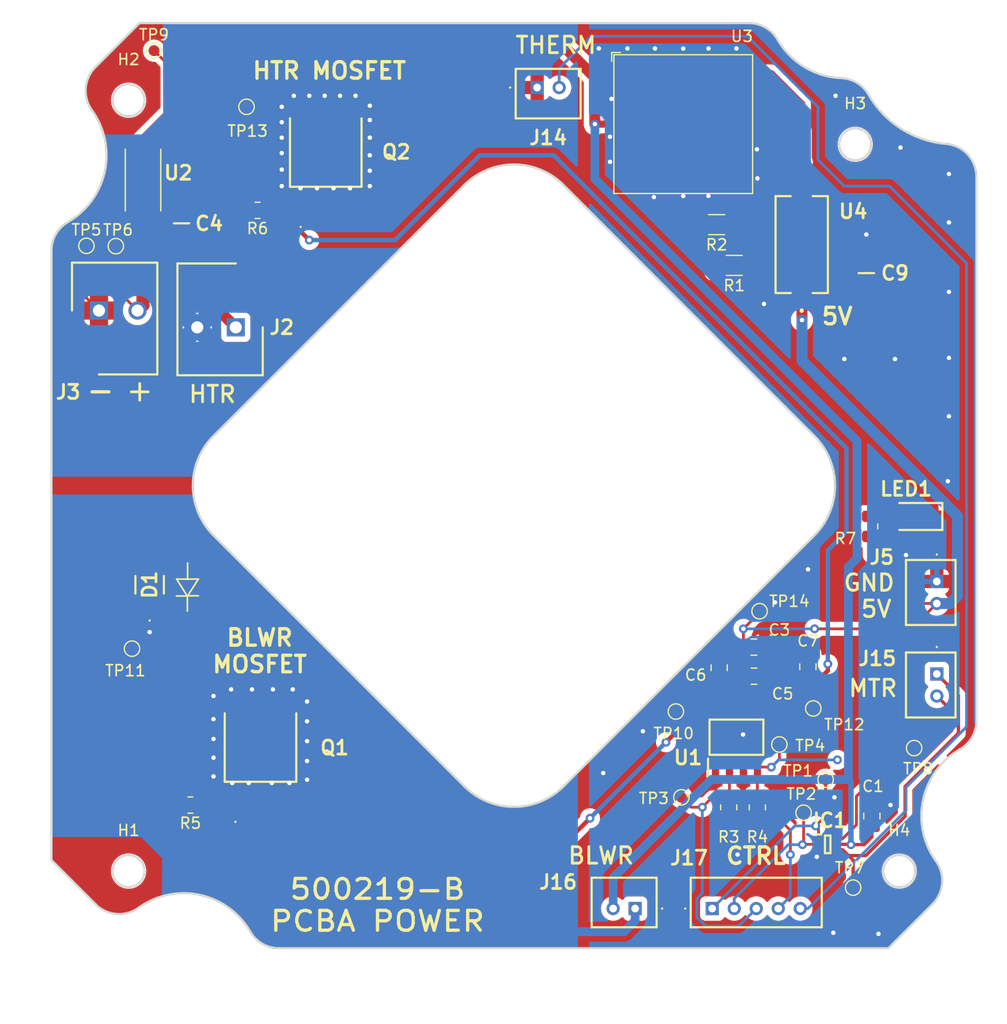
<source format=kicad_pcb>
(kicad_pcb (version 20241229) (generator "pcbnew") (generator_version "9.0")
  (layers (0 "F.Cu" signal) (2 "B.Cu" signal) (13 "F.Paste" user) (15 "B.Paste" user) (5 "F.SilkS" user "F.Silkscreen") (7 "B.SilkS" user "B.Silkscreen") (1 "F.Mask" user) (3 "B.Mask" user) (25 "Edge.Cuts" user))
  (net 0 "")
  (net 1 "Net-(D1-Pad1)")
  (net 2 "GND")
  (net 3 "MTR_PID1")
  (net 4 "Net-(IC1-VM)")
  (net 5 "Net-(U1-VS)")
  (net 6 "Net-(C4-Pad2)")
  (net 7 "MTR_PID2")
  (net 8 "MTR_2")
  (net 9 "MTR_1")
  (net 10 "Net-(U1-OUTA)")
  (net 11 "Net-(U1-OUTB)")
  (net 12 "Net-(U3-Sense)")
  (net 13 "Net-(U3-Trim)")
  (net 16 "THERM")
  (net 17 "BLWR_PID")
  (net 18 "HTR_PID")
  (net 22 "Net-(LED1-A)")
  (net 23 "Net-(J2-Pad2)")
  (footprint "TestPoint:TestPoint_Pad_D1.0mm" (layer "F.Cu") (at 63.83 78.25)
    (property "Reference" "TP6")
    (property "Value" "TestPoint")
  )
  (footprint "B5B-PH-K-S:B5BPHKS" (layer "F.Cu") (at 118 138.4 180)
    (property "Reference" "J17")
    (property "Value" "B5B-PH-K-S" (hide yes))
  )
  (footprint "Resistor_SMD:R_1206_3216Metric_Pad1.30x1.75mm_HandSolder" (layer "F.Cu") (at 120 80 180)
    (property "Reference" "R1")
    (property "Value" "0")
  )
  (footprint "TestPoint:TestPoint_Pad_D1.0mm" (layer "F.Cu") (at 115.2 128.3)
    (property "Reference" "TP3")
    (property "Value" "TestPoint")
  )
  (footprint "Capacitor_SMD:C_0805_2012Metric" (layer "F.Cu") (at 121.8 117.3)
    (property "Reference" "C5")
    (property "Value" "4.7 uF")
  )
  (footprint "TestPoint:TestPoint_Pad_D1.0mm" (layer "F.Cu") (at 130.8 136.5)
    (property "Reference" "TP7")
    (property "Value" "TestPoint")
  )
  (footprint "DaisyBio_Mira:SOTFL50P160X60-6N" (layer "F.Cu") (at 128.49 132.57)
    (property "Reference" "IC1")
    (property "Value" "DRV8220DRLR" (hide yes))
  )
  (footprint "MountingHole:MountingHole_2.7mm" (layer "F.Cu") (at 130.99 69)
    (property "Reference" "H3")
    (property "Value" "MountingHole")
  )
  (footprint "DaisyBio_Mira:SOIC127P599X173-8N" (layer "F.Cu") (at 120.2 122.84 90)
    (property "Reference" "U1")
    (property "Value" "MIC4427YM-TR" (hide yes))
  )
  (footprint "TestPoint:TestPoint_Pad_D1.0mm" (layer "F.Cu") (at 122.3 111.4)
    (property "Reference" "TP14")
    (property "Value" "TestPoint")
  )
  (footprint "DaisyBio_Mira:CAPC3216X180N" (layer "F.Cu") (at 69.8 76.18 90)
    (property "Reference" "C4")
    (property "Value" "CL31B106KAHNNNE" (hide yes))
  )
  (footprint "B2B-PH-K-S:B2BPHKS" (layer "F.Cu") (at 111 138.4)
    (property "Reference" "J16")
    (property "Value" "B2B-PH-K-S" (hide yes))
  )
  (footprint "Resistor_SMD:R_0805_2012Metric" (layer "F.Cu") (at 76.7 75 180)
    (property "Reference" "R6")
    (property "Value" "10K")
  )
  (footprint "DaisyBio_Mira:IPD30N08S2L21ATMA1" (layer "F.Cu") (at 82.9 69.75)
    (property "Reference" "Q2")
    (property "Value" "IPD30N08S2L21ATMA1" (hide yes))
  )
  (footprint "TestPoint:TestPoint_Pad_D1.0mm" (layer "F.Cu") (at 61.16 78.22)
    (property "Reference" "TP5")
    (property "Value" "TestPoint")
  )
  (footprint "DaisyBio_Mira:IPD30N08S2L21ATMA1" (layer "F.Cu") (at 76.97 123.78)
    (property "Reference" "Q1")
    (property "Value" "IPD30N08S2L21ATMA1" (hide yes))
  )
  (footprint "DaisyBio_Mira:7427932" (layer "F.Cu") (at 126.13 78.11 90)
    (property "Reference" "U4")
    (property "Value" "7427932" (hide yes))
  )
  (footprint "TestPoint:TestPoint_Pad_D1.0mm" (layer "F.Cu") (at 65.3 114.8 90)
    (property "Reference" "TP11")
    (property "Value" "TestPoint")
  )
  (footprint "MountingHole:MountingHole_2.7mm" (layer "F.Cu") (at 64.99 135)
    (property "Reference" "H1")
    (property "Value" "MountingHole")
  )
  (footprint "Capacitor_SMD:C_0805_2012Metric" (layer "F.Cu") (at 126.69 116.45 90)
    (property "Reference" "C7")
    (property "Value" "1000 pF")
  )
  (footprint "Resistor_SMD:R_0805_2012Metric" (layer "F.Cu") (at 132.3 103.7 90)
    (property "Reference" "R7")
    (property "Value" "280")
  )
  (footprint "B2B-PH-K-S:B2BPHKS" (layer "F.Cu") (at 102.1 63.85 180)
    (property "Reference" "J14")
    (property "Value" "B2B-PH-K-S" (hide yes))
  )
  (footprint "B2B-PH-K-S:B2BPHKS" (layer "F.Cu") (at 138.4 108.7 90)
    (property "Reference" "J5")
    (property "Value" "B2B-PH-K-S" (hide yes))
  )
  (footprint "TestPoint:TestPoint_Pad_D1.0mm" (layer "F.Cu") (at 124.1 123.5)
    (property "Reference" "TP4")
    (property "Value" "TestPoint")
  )
  (footprint "150120VS75000:LEDC3216X78N" (layer "F.Cu") (at 136.5 102.8 180)
    (property "Reference" "LED1")
    (property "Value" "150120VS75000" (hide yes))
  )
  (footprint "MountingHole:MountingHole_2.7mm" (layer "F.Cu") (at 64.99 65)
    (property "Reference" "H2")
    (property "Value" "MountingHole")
  )
  (footprint "TestPoint:TestPoint_Pad_D1.0mm" (layer "F.Cu") (at 126.3 129.7)
    (property "Reference" "TP2")
    (property "Value" "TestPoint")
  )
  (footprint "Converter_DCDC:Converter_DCDC_RECOM_RPMx.x-x.0" (layer "F.Cu") (at 115.37 67.17)
    (property "Reference" "U3")
    (property "Value" "RPM5.0-6.0")
  )
  (footprint "TestPoint:TestPoint_Pad_D1.0mm" (layer "F.Cu") (at 75.7 65.6 180)
    (property "Reference" "TP13")
    (property "Value" "TestPoint")
  )
  (footprint "Capacitor_SMD:C_0805_2012Metric" (layer "F.Cu") (at 118.63 116.54 90)
    (property "Reference" "C6")
    (property "Value" "1000 pF")
  )
  (footprint "TestPoint:TestPoint_Pad_D1.0mm" (layer "F.Cu") (at 136.34 123.83)
    (property "Reference" "TP8")
    (property "Value" "TestPoint")
  )
  (footprint "DaisyBio_Mira:SK34ALTP" (layer "F.Cu") (at 66.9 109 -90)
    (property "Reference" "D1")
    (property "Value" "SK34A-LTP" (hide yes))
  )
  (footprint "Resistor_SMD:R_0805_2012Metric" (layer "F.Cu") (at 119.5 129.2125 -90)
    (property "Reference" "R3")
    (property "Value" "10K")
  )
  (footprint "DaisyBio_Mira:18122" (layer "F.Cu") (at 66.3 72.25 90)
    (property "Reference" "U2")
    (property "Value" "742792510" (hide yes))
  )
  (footprint "Capacitor_SMD:C_0805_2012Metric" (layer "F.Cu") (at 132.5 130 -90)
    (property "Reference" "C1")
    (property "Value" "0.1 uF")
  )
  (footprint "TestPoint:TestPoint_Pad_D1.0mm" (layer "F.Cu") (at 114.7 120.51)
    (property "Reference" "TP10")
    (property "Value" "TestPoint")
  )
  (footprint "MountingHole:MountingHole_2.7mm" (layer "F.Cu") (at 134.99 135)
    (property "Reference" "H4")
    (property "Value" "MountingHole")
  )
  (footprint "TestPoint:TestPoint_Pad_D1.0mm" (layer "F.Cu") (at 67.3 60.5)
    (property "Reference" "TP9")
    (property "Value" "TestPoint")
  )
  (footprint "TestPoint:TestPoint_Pad_D1.0mm" (layer "F.Cu") (at 128.3 126.7)
    (property "Reference" "TP1")
    (property "Value" "TestPoint")
  )
  (footprint "Capacitor_SMD:C_0805_2012Metric" (layer "F.Cu") (at 121.78 114.66)
    (property "Reference" "C3")
    (property "Value" "0.1 uF")
  )
  (footprint "DaisyBio_Mira:CAPC3216X180N" (layer "F.Cu") (at 132 80.7 -90)
    (property "Reference" "C9")
    (property "Value" "CL31B226KPHNNNE" (hide yes))
  )
  (footprint "B2B-PH-K-S:B2BPHKS" (layer "F.Cu") (at 138.4 117.1 90)
    (property "Reference" "J15")
    (property "Value" "B2B-PH-K-S" (hide yes))
  )
  (footprint "TestPoint:TestPoint_Pad_D1.0mm" (layer "F.Cu") (at 127.18 120.23)
    (property "Reference" "TP12")
    (property "Value" "TestPoint")
  )
  (footprint "Resistor_SMD:R_1206_3216Metric_Pad1.30x1.75mm_HandSolder" (layer "F.Cu") (at 118.4 76.3 180)
    (property "Reference" "R2")
    (property "Value" "0")
  )
  (footprint "Resistor_SMD:R_0805_2012Metric" (layer "F.Cu") (at 70.6 129 180)
    (property "Reference" "R5")
    (property "Value" "10K")
  )
  (footprint "1752104:SHDR2W90P0X350_1X2_760X1000X1255P" (layer "F.Cu") (at 74.725 85.625 180)
    (property "Reference" "J2")
    (property "Value" "1752104" (hide yes))
  )
  (footprint "1752104:SHDR2W90P0X350_1X2_760X1000X1255P" (layer "F.Cu") (at 62.3 84.1)
    (property "Reference" "J3")
    (property "Value" "1752104" (hide yes))
  )
  (footprint "Resistor_SMD:R_0805_2012Metric" (layer "F.Cu") (at 122.1 129.2125 -90)
    (property "Reference" "R4")
    (property "Value" "10K")
  )
  (gr_line (start 70.33 108.49) (end 71.33 108.48) (stroke (width 0.15)) (layer "F.SilkS"))
  (gr_line (start 70.33 110.02) (end 70.33 111.39) (stroke (width 0.15)) (layer "F.SilkS"))
  (gr_line (start 69.35 108.48) (end 70.33 110.04) (stroke (width 0.15)) (layer "F.SilkS"))
  (gr_line (start 71.33 108.48) (end 70.33 110.04) (stroke (width 0.15)) (layer "F.SilkS"))
  (gr_line (start 70.35 108.49) (end 69.35 108.48) (stroke (width 0.15)) (layer "F.SilkS"))
  (gr_line (start 70.35 107.03) (end 70.35 108.49) (stroke (width 0.15)) (layer "F.SilkS"))
  (gr_line (start 70.33 110.02) (end 69.33 110.02) (stroke (width 0.15)) (layer "F.SilkS"))
  (gr_line (start 70.33 110) (end 71.33 110) (stroke (width 0.15)) (layer "F.SilkS"))
  (gr_arc (start 138.317961 134.102191) (mid 138.877581 136.098897) (end 138.008407 137.981593) (stroke (width 0.2)) (layer "Edge.Cuts"))
  (gr_line (start 104.515483 127.294322) (end 127.284322 104.525484) (stroke (width 0.2)) (layer "Edge.Cuts"))
  (gr_line (start 133.99 142) (end 78.650254 142) (stroke (width 0.2)) (layer "Edge.Cuts"))
  (gr_arc (start 57.99 78.660254) (mid 58.391924 77.160254) (end 59.49 76.062178) (stroke (width 0.2)) (layer "Edge.Cuts"))
  (gr_line (start 133.99 142) (end 138.008407 137.981593) (stroke (width 0.2)) (layer "Edge.Cuts"))
  (gr_arc (start 65.887809 138.327961) (mid 63.891103 138.887582) (end 62.008407 138.018407) (stroke (width 0.2)) (layer "Edge.Cuts"))
  (gr_circle (center 134.99 135) (end 136.44 135) (stroke (width 0.2)) (fill no) (layer "Edge.Cuts"))
  (gr_line (start 57.99 78.660254) (end 57.99 134) (stroke (width 0.2)) (layer "Edge.Cuts"))
  (gr_line (start 141.99 71.958261) (end 141.99 121.339746) (stroke (width 0.2)) (layer "Edge.Cuts"))
  (gr_arc (start 61.662039 65.897809) (mid 62.835449 71.462814) (end 59.49 76.062178) (stroke (width 0.2)) (layer "Edge.Cuts"))
  (gr_arc (start 138.317961 134.102191) (mid 137.144551 128.537186) (end 140.49 123.937822) (stroke (width 0.2)) (layer "Edge.Cuts"))
  (gr_circle (center 130.99 69) (end 132.44 69) (stroke (width 0.2)) (fill no) (layer "Edge.Cuts"))
  (gr_circle (center 64.99 65) (end 66.44 65) (stroke (width 0.2)) (fill no) (layer "Edge.Cuts"))
  (gr_arc (start 95.464517 72.705678) (mid 99.99 70.831162) (end 104.515483 72.705678) (stroke (width 0.2)) (layer "Edge.Cuts"))
  (gr_arc (start 139.24 68.968696) (mid 141.197941 69.927251) (end 141.99 71.958261) (stroke (width 0.2)) (layer "Edge.Cuts"))
  (gr_circle (center 64.99 135) (end 66.44 135) (stroke (width 0.2)) (fill no) (layer "Edge.Cuts"))
  (gr_arc (start 61.662039 65.897809) (mid 61.102419 63.901103) (end 61.971593 62.018407) (stroke (width 0.2)) (layer "Edge.Cuts"))
  (gr_arc (start 129.712206 62.994486) (mid 131.145391 63.424916) (end 132.192363 64.494092) (stroke (width 0.2)) (layer "Edge.Cuts"))
  (gr_arc (start 104.515483 127.294322) (mid 99.99 129.168839) (end 95.464517 127.294322) (stroke (width 0.2)) (layer "Edge.Cuts"))
  (gr_arc (start 121.329746 58) (mid 122.829746 58.401924) (end 123.927822 59.5) (stroke (width 0.2)) (layer "Edge.Cuts"))
  (gr_line (start 72.695678 95.474517) (end 95.464517 72.705678) (stroke (width 0.2)) (layer "Edge.Cuts"))
  (gr_arc (start 65.887809 138.327961) (mid 71.452814 137.154551) (end 76.052178 140.5) (stroke (width 0.2)) (layer "Edge.Cuts"))
  (gr_line (start 65.99 58) (end 61.971593 62.018407) (stroke (width 0.2)) (layer "Edge.Cuts"))
  (gr_arc (start 129.712206 62.994486) (mid 126.370377 61.991522) (end 123.927822 59.5) (stroke (width 0.2)) (layer "Edge.Cuts"))
  (gr_arc (start 139.24 68.968696) (mid 135.165993 67.597958) (end 132.192363 64.494092) (stroke (width 0.2)) (layer "Edge.Cuts"))
  (gr_line (start 72.695678 104.525484) (end 95.464517 127.294322) (stroke (width 0.2)) (layer "Edge.Cuts"))
  (gr_arc (start 127.284322 95.474517) (mid 129.158838 100.000001) (end 127.284322 104.525484) (stroke (width 0.2)) (layer "Edge.Cuts"))
  (gr_arc (start 78.650254 142) (mid 77.150254 141.598076) (end 76.052178 140.5) (stroke (width 0.2)) (layer "Edge.Cuts"))
  (gr_line (start 121.329746 58) (end 65.99 58) (stroke (width 0.2)) (layer "Edge.Cuts"))
  (gr_arc (start 141.99 121.339746) (mid 141.588076 122.839746) (end 140.49 123.937822) (stroke (width 0.2)) (layer "Edge.Cuts"))
  (gr_arc (start 72.695678 104.525484) (mid 70.821162 100.000001) (end 72.695678 95.474517) (stroke (width 0.2)) (layer "Edge.Cuts"))
  (gr_line (start 57.99 134) (end 62.008407 138.018407) (stroke (width 0.2)) (layer "Edge.Cuts"))
  (gr_line (start 104.515483 72.705678) (end 127.284322 95.474517) (stroke (width 0.2)) (layer "Edge.Cuts"))
  (gr_text "5V" (at 132.9 111.2 0) (layer "F.SilkS") (effects (font (size 1.5 1.5) (thickness 0.25))))
  (gr_text "5V" (at 127.8 85.5 0) (layer "F.SilkS") (effects (font (size 1.5 1.5) (thickness 0.3) (bold yes)) (justify left bottom)))
  (gr_text "THERM" (at 103.8 60 0) (layer "F.SilkS") (effects (font (size 1.5 1.5) (thickness 0.25))))
  (gr_text "500219-B\nPCBA POWER" (at 87.6 138.1 0) (layer "F.SilkS") (effects (font (size 1.8 2) (thickness 0.3))))
  (gr_text "BLWR\nMOSFET" (at 76.9 117.1 0) (layer "F.SilkS") (effects (font (size 1.5 1.5) (thickness 0.3)) (justify bottom)))
  (gr_text "MTR" (at 132.6 118.4 0) (layer "F.SilkS") (effects (font (size 1.5 1.5) (thickness 0.25))))
  (gr_text "+" (at 64.6 92.5 0) (layer "F.SilkS") (effects (font (size 2 2) (thickness 0.25)) (justify left bottom)))
  (gr_text "GND" (at 129.8 109.7 0) (layer "F.SilkS") (effects (font (size 1.5 1.5) (thickness 0.25) (bold yes)) (justify left bottom)))
  (gr_text "CTRL" (at 119.1 134.5 0) (layer "F.SilkS") (effects (font (size 1.5 1.5) (thickness 0.3) (bold yes)) (justify left bottom)))
  (gr_text "-" (at 61 92.5 0) (layer "F.SilkS") (effects (font (size 2 2) (thickness 0.3)) (justify left bottom)))
  (gr_text "HTR MOSFET" (at 76.1 63.2 0) (layer "F.SilkS") (effects (font (size 1.5 1.5) (thickness 0.3) (bold yes)) (justify left bottom)))
  (gr_text "HTR" (at 72.6 91.7 0) (layer "F.SilkS") (effects (font (size 1.5 1.5) (thickness 0.25))))
  (gr_text "BLWR" (at 107.9 133.6 0) (layer "F.SilkS") (effects (font (size 1.5 1.5) (thickness 0.25))))
  (gr_text "" (at 99.99 147.724 0) (layer "Edge.Cuts") (effects (font (size 3.047999 2.7432) (thickness 0.380999)) (justify top)))
  (segment (start 81.2 121.4) (end 78.27 121.4) (width 0.5) (layer "F.Cu") (net 1))
  (segment (start 78.1 118.5) (end 78.1 121.57) (width 0.5) (layer "F.Cu") (net 1))
  (segment (start 74.3 118.5) (end 76.97 121.17) (width 0.5) (layer "F.Cu") (net 1))
  (segment (start 79.9 118.5) (end 76.97 121.43) (width 0.5) (layer "F.Cu") (net 1))
  (segment (start 72.7 119.1) (end 76.3 122.7) (width 0.8) (layer "F.Cu") (net 1))
  (segment (start 76.97 121.17) (end 76.97 122.7) (width 0.25) (layer "F.Cu") (net 1))
  (segment (start 75.9 127) (end 75.9 123.77) (width 0.5) (layer "F.Cu") (net 1))
  (segment (start 76.3 122.7) (end 76.97 122.7) (width 0.25) (layer "F.Cu") (net 1))
  (segment (start 74.4 127) (end 76.97 124.43) (width 0.5) (layer "F.Cu") (net 1))
  (segment (start 76.2 118.5) (end 76.2 121.93) (width 0.5) (layer "F.Cu") (net 1))
  (segment (start 72.7 126.4) (end 73.27 126.4) (width 0.5) (layer "F.Cu") (net 1))
  (segment (start 81.2 126.7) (end 80.97 126.7) (width 0.5) (layer "F.Cu") (net 1))
  (segment (start 81.2 125) (end 79.27 125) (width 0.5) (layer "F.Cu") (net 1))
  (segment (start 72.7 121.2) (end 75.47 121.2) (width 0.5) (layer "F.Cu") (net 1))
  (segment (start 78.1 122.7) (end 76.97 122.7) (width 0.25) (layer "F.Cu") (net 1))
  (segment (start 76.97 121.43) (end 76.97 122.7) (width 0.25) (layer "F.Cu") (net 1))
  (segment (start 80.97 126.7) (end 76.97 122.7) (width 0.5) (layer "F.Cu") (net 1))
  (segment (start 79.6 127) (end 76.97 124.37) (width 0.5) (layer "F.Cu") (net 1))
  (segment (start 81.2 123.2) (end 77.47 123.2) (width 0.5) (layer "F.Cu") (net 1))
  (segment (start 66.9 111.025) (end 66.9 113.3) (width 0.8) (layer "F.Cu") (net 1))
  (segment (start 74.3 120.03) (end 76.97 122.7) (width 0.25) (layer "F.Cu") (net 1))
  (segment (start 73 122.7) (end 76.97 122.7) (width 0.5) (layer "F.Cu") (net 1))
  (segment (start 78 127) (end 78 123.73) (width 0.5) (layer "F.Cu") (net 1))
  (segment (start 77.47 123.2) (end 76.97 122.7) (width 0.25) (layer "F.Cu") (net 1))
  (segment (start 75.9 123.77) (end 76.97 122.7) (width 0.5) (layer "F.Cu") (net 1))
  (segment (start 78 123.73) (end 76.97 122.7) (width 0.5) (layer "F.Cu") (net 1))
  (segment (start 76.97 124.43) (end 76.97 122.7) (width 0.5) (layer "F.Cu") (net 1))
  (segment (start 72.7 123) (end 73 122.7) (width 0.5) (layer "F.Cu") (net 1))
  (segment (start 78.27 121.4) (end 76.97 122.7) (width 0.25) (layer "F.Cu") (net 1))
  (segment (start 65.4 114.8) (end 66.9 113.3) (width 0.25) (layer "F.Cu") (net 1))
  (segment (start 74.97 124.7) (end 76.97 122.7) (width 0.25) (layer "F.Cu") (net 1))
  (segment (start 79.27 125) (end 76.97 122.7) (width 0.25) (layer "F.Cu") (net 1))
  (segment (start 75.47 121.2) (end 76.97 122.7) (width 0.25) (layer "F.Cu") (net 1))
  (segment (start 65.3 114.8) (end 65.4 114.8) (width 0.25) (layer "F.Cu") (net 1))
  (segment (start 78.1 121.57) (end 76.97 122.7) (width 0.25) (layer "F.Cu") (net 1))
  (segment (start 76.2 121.93) (end 76.97 122.7) (width 0.25) (layer "F.Cu") (net 1))
  (segment (start 81.2 119.6) (end 78.1 122.7) (width 0.5) (layer "F.Cu") (net 1))
  (segment (start 72.7 124.7) (end 74.97 124.7) (width 0.5) (layer "F.Cu") (net 1))
  (segment (start 76.97 124.37) (end 76.97 122.7) (width 0.5) (layer "F.Cu") (net 1))
  (segment (start 73.27 126.4) (end 76.97 122.7) (width 0.5) (layer "F.Cu") (net 1))
  (via (at 72.7 126.4) (size 0.8) (drill 0.4) (layers "F.Cu" "B.Cu") (net 1))
  (via (at 75.9 127) (size 0.8) (drill 0.4) (layers "F.Cu" "B.Cu") (net 1))
  (via (at 81.2 123.2) (size 0.8) (drill 0.4) (layers "F.Cu" "B.Cu") (net 1))
  (via (at 79.6 127) (size 0.8) (drill 0.4) (layers "F.Cu" "B.Cu") (net 1))
  (via (at 72.7 124.7) (size 0.8) (drill 0.4) (layers "F.Cu" "B.Cu") (net 1))
  (via (at 79.9 118.5) (size 0.8) (drill 0.4) (layers "F.Cu" "B.Cu") (net 1))
  (via (at 81.2 125) (size 0.8) (drill 0.4) (layers "F.Cu" "B.Cu") (net 1))
  (via (at 72.7 123) (size 0.8) (drill 0.4) (layers "F.Cu" "B.Cu") (net 1))
  (via (at 72.7 119.1) (size 0.8) (drill 0.4) (layers "F.Cu" "B.Cu") (net 1))
  (via (at 81.2 119.6) (size 0.8) (drill 0.4) (layers "F.Cu" "B.Cu") (net 1))
  (via (at 81.2 121.4) (size 0.8) (drill 0.4) (layers "F.Cu" "B.Cu") (net 1))
  (via (at 72.7 121.2) (size 0.8) (drill 0.4) (layers "F.Cu" "B.Cu") (net 1))
  (via (at 74.3 118.5) (size 0.8) (drill 0.4) (layers "F.Cu" "B.Cu") (net 1))
  (via (at 78 127) (size 0.8) (drill 0.4) (layers "F.Cu" "B.Cu") (net 1))
  (via (at 76.2 118.5) (size 0.8) (drill 0.4) (layers "F.Cu" "B.Cu") (net 1))
  (via (at 74.4 127) (size 0.8) (drill 0.4) (layers "F.Cu" "B.Cu") (net 1))
  (via (at 78.1 118.5) (size 0.8) (drill 0.4) (layers "F.Cu" "B.Cu") (net 1))
  (via (at 66.9 113.3) (size 0.8) (drill 0.4) (layers "F.Cu" "B.Cu") (net 1))
  (via (at 81.2 126.7) (size 0.8) (drill 0.4) (layers "F.Cu" "B.Cu") (net 1))
  (segment (start 110 140.5) (end 102.5 140.5) (width 0.8) (layer "B.Cu") (net 1))
  (segment (start 111 138.4) (end 111 139.5) (width 0.8) (layer "B.Cu") (net 1))
  (segment (start 111 139.5) (end 110 140.5) (width 0.8) (layer "B.Cu") (net 1))
  (segment (start 117.66 64.88) (end 117.66 62.59) (width 0.25) (layer "F.Cu") (net 2))
  (segment (start 113.08 69.46) (end 111.94 70.6) (width 0.25) (layer "F.Cu") (net 2))
  (segment (start 117.66 69.46) (end 119.95 69.46) (width 0.25) (layer "F.Cu") (net 2))
  (segment (start 113.08 64.88) (end 110.79 64.88) (width 0.25) (layer "F.Cu") (net 2))
  (segment (start 115.37 62.59) (end 115.37 60.31) (width 0.25) (layer "F.Cu") (net 2))
  (segment (start 127.652 133.07) (end 127.652 133.548) (width 0.25) (layer "F.Cu") (net 2))
  (segment (start 117.66 67.17) (end 115.37 67.17) (width 0.25) (layer "F.Cu") (net 2))
  (segment (start 115.37 69.46) (end 117.66 69.46) (width 0.25) (layer "F.Cu") (net 2))
  (segment (start 117.66 69.46) (end 117.66 71.75) (width 0.25) (layer "F.Cu") (net 2))
  (segment (start 113.08 64.88) (end 115.37 64.88) (width 0.25) (layer "F.Cu") (net 2))
  (segment (start 113.08 64.88) (end 113.08 67.17) (width 0.25) (layer "F.Cu") (net 2))
  (segment (start 113.08 67.17) (end 113.08 69.46) (width 0.25) (layer "F.Cu") (net 2))
  (segment (start 138 101) (end 139.4 99.6) (width 0.25) (layer "F.Cu") (net 2))
  (segment (start 115.37 62.59) (end 117.66 62.59) (width 0.25) (layer "F.Cu") (net 2))
  (segment (start 117.66 64.88) (end 117.66 67.17) (width 0.25) (layer "F.Cu") (net 2))
  (segment (start 113.08 67.17) (end 111.93 68.32) (width 0.25) (layer "F.Cu") (net 2))
  (segment (start 115.37 71.75) (end 115.37 69.46) (width 0.25) (layer "F.Cu") (net 2))
  (segment (start 127.652 133.548) (end 127.5 133.7) (width 0.25) (layer "F.Cu") (net 2))
  (segment (start 132.5 129.05) (end 134.15 129.05) (width 0.25) (layer "F.Cu") (net 2))
  (segment (start 115.37 64.88) (end 117.66 64.88) (width 0.25) (layer "F.Cu") (net 2))
  (segment (start 120.835 125.552) (end 120.835 122.635) (width 0.5) (layer "F.Cu") (net 2))
  (segment (start 117.66 71.75) (end 115.37 71.75) (width 0.25) (layer "F.Cu") (net 2))
  (segment (start 119.95 69.46) (end 122.06 69.46) (width 0.25) (layer "F.Cu") (net 2))
  (segment (start 115.37 69.46) (end 115.37 67.17) (width 0.25) (layer "F.Cu") (net 2))
  (segment (start 117.66 73.69) (end 116.9375 74.4125) (width 0.4) (layer "F.Cu") (net 2))
  (segment (start 117.66 69.46) (end 117.66 67.17) (width 0.25) (layer "F.Cu") (net 2))
  (segment (start 111.93 68.32) (end 108.72 68.32) (width 0.25) (layer "F.Cu") (net 2))
  (segment (start 115.37 71.75) (end 115.37 73.7) (width 0.25) (layer "F.Cu") (net 2))
  (segment (start 117.66 62.59) (end 117.66 60.3) (width 0.25) (layer "F.Cu") (net 2))
  (segment (start 117.66 71.75) (end 117.66 73.69) (width 0.25) (layer "F.Cu") (net 2))
  (segment (start 113.08 69.46) (end 115.37 69.46) (width 0.25) (layer "F.Cu") (net 2))
  (segment (start 113.08 67.17) (end 115.37 67.17) (width 0.25) (layer "F.Cu") (net 2))
  (segment (start 61.16 78.22) (end 61.16 82.96) (width 0.25) (layer "F.Cu") (net 2))
  (segment (start 116.9375 74.4125) (end 116.9375 76.3) (width 0.4) (layer "F.Cu") (net 2))
  (segment (start 61.16 82.96) (end 62.3 84.1) (width 0.25) (layer "F.Cu") (net 2))
  (segment (start 110.79 64.88) (end 108.85 64.88) (width 0.25) (layer "F.Cu") (net 2))
  (segment (start 138 102.8) (end 138 101) (width 0.25) (layer "F.Cu") (net 2))
  (segment (start 111.94 70.6) (end 108.72 70.6) (width 0.25) (layer "F.Cu") (net 2))
  (segment (start 115.37 64.88) (end 115.37 67.17) (width 0.25) (layer "F.Cu") (net 2))
  (segment (start 126.64 115.55) (end 126.69 115.5) (width 0.25) (layer "F.Cu") (net 2))
  (segment (start 120.835 122.635) (end 120.8 122.6) (width 0.25) (layer "F.Cu") (net 2))
  (segment (start 134.15 129.05) (end 134.2 129) (width 0.25) (layer "F.Cu") (net 2))
  (segment (start 115.37 64.88) (end 115.37 62.59) (width 0.25) (layer "F.Cu") (net 2))
  (via (at 132 77.2) (size 0.8) (drill 0.4) (layers "F.Cu" "B.Cu") (net 2))
  (via (at 122.06 69.46) (size 0.8) (drill 0.4) (layers "F.Cu" "B.Cu") (net 2))
  (via (at 108.1 126.1) (size 0.8) (drill 0.4) (layers "F.Cu" "B.Cu") (net 2))
  (via (at 110.3 60.3) (size 0.8) (drill 0.4) (layers "F.Cu" "B.Cu") (net 2))
  (via (at 122.1 72.1) (size 0.8) (drill 0.4) (layers "F.Cu" "B.Cu") (net 2))
  (via (at 117.66 60.3) (size 0.8) (drill 0.4) (layers "F.Cu" "B.Cu") (net 2))
  (via (at 107.7 60.3) (size 0.8) (drill 0.4) (layers "F.Cu" "B.Cu") (net 2))
  (via (at 126.7 107.6) (size 0.8) (drill 0.4) (layers "F.Cu" "B.Cu") (net 2))
  (via (at 139.5 82.4) (size 0.8) (drill 0.4) (layers "F.Cu" "B.Cu") (net 2))
  (via (at 120.3 133.5) (size 0.8) (drill 0.4) (layers "F.Cu" "B.Cu") (net 2))
  (via (at 127.5 133.7) (size 0.8) (drill 0.4) (layers "F.Cu" "B.Cu") (net 2))
  (via (at 115.37 60.31) (size 0.8) (drill 0.4) (layers "F.Cu" "B.Cu") (net 2))
  (via (at 139.4 99.6) (size 0.8) (drill 0.4) (layers "F.Cu" "B.Cu") (net 2))
  (via (at 135.1 69.3) (size 0.8) (drill 0.4) (layers "F.Cu" "B.Cu") (net 2))
  (via (at 115.37 73.7) (size 0.8) (drill 0.4) (layers "F.Cu" "B.Cu") (net 2))
  (via (at 112.8 60.3) (size 0.8) (drill 0.4) (layers "F.Cu" "B.Cu") (net 2))
  (via (at 129.1 128.3) (size 0.8) (drill 0.4) (layers "F.Cu" "B.Cu") (net 2))
  (via (at 120.2 60.3) (size 0.8) (drill 0.4) (layers "F.Cu" "B.Cu") (net 2))
  (via (at 139.5 76.1) (size 0.8) (drill 0.4) (layers "F.Cu" "B.Cu") (net 2))
  (via (at 134.2 129) (size 0.8) (drill 0.4) (layers "F.Cu" "B.Cu") (net 2))
  (via (at 129.2 64.6) (size 0.8) (drill 0.4) (layers "F.Cu" "B.Cu") (net 2))
  (via (at 134.6 88.5) (size 0.8) (drill 0.4) (layers "F.Cu" "B.Cu") (net 2))
  (via (at 139.5 71.7) (size 0.8) (drill 0.4) (layers "F.Cu" "B.Cu") (net 2))
  (via (at 135.6 106.3) (size 0.8) (drill 0.4) (layers "F.Cu" "B.Cu") (net 2))
  (via (at 111.7 122.3) (size 0.8) (drill 0.4) (layers "F.Cu" "B.Cu") (net 2))
  (via (at 108.85 64.88) (size 0.8) (drill 0.4) (layers "F.Cu" "B.Cu") (net 2))
  (via (at 120.8 122.6) (size 0.8) (drill 0.4) (layers "F.Cu" "B.Cu") (net 2))
  (via (at 108.72 68.32) (size 0.8) (drill 0.4) (layers "F.Cu" "B.Cu") (net 2))
  (via (at 123.7 110.6) (size 0.8) (drill 0.4) (layers "F.Cu" "B.Cu") (net 2))
  (via (at 139.5 93.7) (size 0.8) (drill 0.4) (layers "F.Cu" "B.Cu") (net 2))
  (via (at 129 140.6) (size 0.8) (drill 0.4) (layers "F.Cu" "B.Cu") (net 2))
  (via (at 122.7 83.5) (size 0.8) (drill 0.4) (layers "F.Cu" "B.Cu") (net 2))
  (via (at 112.7 73.8) (size 0.8) (drill 0.4) (layers "F.Cu" "B.Cu") (net 2))
  (via (at 108.72 70.6) (size 0.8) (drill 0.4) (layers "F.Cu" "B.Cu") (net 2))
  (via (at 139.5 88.4) (size 0.8) (drill 0.4) (layers "F.Cu" "B.Cu") (net 2))
  (via (at 133.1 140.7) (size 0.8) (drill 0.4) (layers "F.Cu" "B.Cu") (net 2))
  (via (at 130 88.5) (size 0.8) (drill 0.4) (layers "F.Cu" "B.Cu") (net 2))
  (via (at 117.66 73.69) (size 0.8) (drill 0.4) (layers "F.Cu" "B.Cu") (net 2))
  (segment (start 127.652 132.07) (end 127.652 131.152) (width 0.25) (layer "F.Cu") (net 3))
  (segment (start 128.3 127.7) (end 128.1 127.9) (width 0.25) (layer "F.Cu") (net 3))
  (segment (start 128.1 127.9) (end 128.1 130.2) (width 0.25) (layer "F.Cu") (net 3))
  (segment (start 127.652 131.152) (end 127.4 130.9) (width 0.25) (layer "F.Cu") (net 3))
  (segment (start 128.1 130.2) (end 127.4 130.9) (width 0.25) (layer "F.Cu") (net 3))
  (segment (start 128.3 126.7) (end 128.3 127.7) (width 0.25) (layer "F.Cu") (net 3))
  (via (at 127.4 130.9) (size 0.8) (drill 0.4) (layers "F.Cu" "B.Cu") (net 3))
  (segment (start 125.5 130.9) (end 118 138.4) (width 0.25) (layer "B.Cu") (net 3))
  (segment (start 127.4 130.9) (end 125.5 130.9) (width 0.25) (layer "B.Cu") (net 3))
  (segment (start 113.08 62.59) (end 110.79 62.59) (width 0.5) (layer "F.Cu") (net 4))
  (segment (start 130.57 132.57) (end 130.6 132.6) (width 0.3) (layer "F.Cu") (net 4))
  (segment (start 68.9 66.1) (end 66.3 68.7) (width 1) (layer "F.Cu") (net 4))
  (segment (start 129.328 132.57) (end 130.57 132.57) (width 0.3) (layer "F.Cu") (net 4))
  (segment (start 103.4 59) (end 71.8 59) (width 1) (layer "F.Cu") (net 4))
  (segment (start 107.01 62.59) (end 106.975 62.625) (width 0.5) (layer "F.Cu") (net 4))
  (segment (start 68.7 61.9) (end 68.9 61.9) (width 0.25) (layer "F.Cu") (net 4))
  (segment (start 106.975 62.625) (end 107.34 62.99) (width 0.6) (layer "F.Cu") (net 4))
  (segment (start 107.34 62.99) (end 107.34 67.17) (width 1) (layer "F.Cu") (net 4))
  (segment (start 72.9 83.8) (end 74.725 85.625) (width 1) (layer "F.Cu") (net 4))
  (segment (start 110.79 62.59) (end 107.01 62.59) (width 0.65) (layer "F.Cu") (net 4))
  (segment (start 66.3 68.7) (end 66.3 69.7) (width 1) (layer "F.Cu") (net 4))
  (segment (start 106.99 62.59) (end 107.01 62.59) (width 1) (layer "F.Cu") (net 4))
  (segment (start 103.4 59) (end 106.99 62.59) (width 1) (layer "F.Cu") (net 4))
  (segment (start 66.3 69.7) (end 68.5 69.7) (width 1) (layer "F.Cu") (net 4))
  (segment (start 130.6 132.6) (end 131.8 132.6) (width 0.3) (layer "F.Cu") (net 4))
  (segment (start 71.8 59) (end 68.9 61.9) (width 1) (layer "F.Cu") (net 4))
  (segment (start 72.9 74.1) (end 72.9 83.8) (width 1) (layer "F.Cu") (net 4))
  (segment (start 131.8 132.6) (end 132.5 131.9) (width 0.3) (layer "F.Cu") (net 4))
  (segment (start 67.3 60.5) (end 68.7 61.9) (width 0.25) (layer "F.Cu") (net 4))
  (segment (start 132.5 131.9) (end 132.5 130.95) (width 0.3) (layer "F.Cu") (net 4))
  (segment (start 68.9 61.9) (end 68.9 66.1) (width 1) (layer "F.Cu") (net 4))
  (segment (start 107.34 67.17) (end 110.79 67.17) (width 0.65) (layer "F.Cu") (net 4))
  (segment (start 68.5 69.7) (end 72.9 74.1) (width 1) (layer "F.Cu") (net 4))
  (via (at 107.34 67.17) (size 0.8) (drill 0.4) (layers "F.Cu" "B.Cu") (net 4))
  (via (at 130.6 132.6) (size 0.8) (drill 0.4) (layers "F.Cu" "B.Cu") (net 4))
  (segment (start 109 135.6) (end 117.92 126.68) (width 0.8) (layer "B.Cu") (net 4))
  (segment (start 107.338996 72.138207) (end 131.157058 95.956269) (width 0.8) (layer "B.Cu") (net 4))
  (segment (start 109 138.4) (end 109 135.6) (width 0.8) (layer "B.Cu") (net 4))
  (segment (start 117.92 126.68) (end 130.37 126.68) (width 0.8) (layer "B.Cu") (net 4))
  (segment (start 130.6 132.6) (end 130.6 126.91) (width 0.5) (layer "B.Cu") (net 4))
  (segment (start 107.34 72.137203) (end 107.338996 72.138207) (width 0.5) (layer "B.Cu") (net 4))
  (segment (start 131.157058 95.956269) (end 131.157058 106.602942) (width 0.8) (layer "B.Cu") (net 4))
  (segment (start 107.34 67.17) (end 107.34 72.137203) (width 0.8) (layer "B.Cu") (net 4))
  (segment (start 130.37 107.39) (end 130.37 126.68) (width 0.8) (layer "B.Cu") (net 4))
  (segment (start 130.6 126.91) (end 130.37 126.68) (width 0.5) (layer "B.Cu") (net 4))
  (segment (start 131.157058 106.602942) (end 130.37 107.39) (width 0.8) (layer "B.Cu") (net 4))
  (segment (start 131.42 82.05) (end 131.41 82.06) (width 0.25) (layer "F.Cu") (net 5))
  (segment (start 132.3 106.325) (end 132.3 104.6125) (width 0.25) (layer "F.Cu") (net 5))
  (segment (start 126.15 82.08) (end 126.13 82.06) (width 0.25) (layer "F.Cu") (net 5))
  (segment (start 127.3 113) (end 136.1 113) (width 0.25) (layer "F.Cu") (net 5))
  (segment (start 120.835 120.128) (end 120.835 117.315) (width 0.25) (layer "F.Cu") (net 5))
  (segment (start 120.835 117.315) (end 120.85 117.3) (width 0.25) (layer "F.Cu") (net 5))
  (segment (start 138.4 110.7) (end 136.675 110.7) (width 0.25) (layer "F.Cu") (net 5))
  (segment (start 136.1 113) (end 138.4 110.7) (width 0.25) (layer "F.Cu") (net 5))
  (segment (start 132 82.08) (end 126.15 82.08) (width 0.5) (layer "F.Cu") (net 5))
  (segment (start 122.3 111.4) (end 122.3 111.533867) (width 0.25) (layer "F.Cu") (net 5))
  (segment (start 120.83 117.28) (end 120.83 114.66) (width 0.25) (layer "F.Cu") (net 5))
  (segment (start 136.675 110.7) (end 132.3 106.325) (width 0.25) (layer "F.Cu") (net 5))
  (segment (start 120.85 117.3) (end 120.83 117.28) (width 0.25) (layer "F.Cu") (net 5))
  (segment (start 120.834065 112.999802) (end 120.834065 114.655935) (width 0.25) (layer "F.Cu") (net 5))
  (segment (start 126.152681 82.082681) (end 126.152681 84.966009) (width 1) (layer "F.Cu") (net 5))
  (segment (start 122.3 111.533867) (end 120.834065 112.999802) (width 0.25) (layer "F.Cu") (net 5))
  (segment (start 126.15 82.08) (end 126.152681 82.082681) (width 0.25) (layer "F.Cu") (net 5))
  (segment (start 120.834065 114.655935) (end 120.83 114.66) (width 0.25) (layer "F.Cu") (net 5))
  (via (at 120.834065 112.999802) (size 0.8) (drill 0.4) (layers "F.Cu" "B.Cu") (net 5))
  (via (at 127.3 113) (size 0.8) (drill 0.4) (layers "F.Cu" "B.Cu") (net 5))
  (via (at 126.152681 84.966009) (size 0.8) (drill 0.4) (layers "F.Cu" "B.Cu") (net 5))
  (segment (start 126.152681 84.966009) (end 126.152681 88.637776) (width 1) (layer "B.Cu") (net 5))
  (segment (start 126.152681 88.637776) (end 140.274 102.759095) (width 1) (layer "B.Cu") (net 5))
  (segment (start 140.274 102.759095) (end 140.274 110.026) (width 1) (layer "B.Cu") (net 5))
  (segment (start 127.3 113) (end 120.834263 113) (width 0.25) (layer "B.Cu") (net 5))
  (segment (start 120.834263 113) (end 120.834065 112.999802) (width 0.25) (layer "B.Cu") (net 5))
  (segment (start 139.6 110.7) (end 138.4 110.7) (width 1) (layer "B.Cu") (net 5))
  (segment (start 140.274 110.026) (end 139.6 110.7) (width 1) (layer "B.Cu") (net 5))
  (segment (start 63.83 82.13) (end 63.83 78.25) (width 0.25) (layer "F.Cu") (net 6))
  (segment (start 66.3 74.8) (end 69.8 74.8) (width 0.6) (layer "F.Cu") (net 6))
  (segment (start 66.3 74.8) (end 66.3 83.6) (width 1.2) (layer "F.Cu") (net 6))
  (segment (start 65.8 84.1) (end 63.83 82.13) (width 0.25) (layer "F.Cu") (net 6))
  (segment (start 65.8 84.1) (end 66.3 83.6) (width 1.2) (layer "F.Cu") (net 6))
  (segment (start 127.652 132.57) (end 126.23 132.57) (width 0.25) (layer "F.Cu") (net 7))
  (segment (start 126.2 132.6) (end 126.3 132.5) (width 0.25) (layer "F.Cu") (net 7))
  (segment (start 126.3 132.5) (end 126.3 129.7) (width 0.25) (layer "F.Cu") (net 7))
  (segment (start 126.23 132.57) (end 126.2 132.6) (width 0.25) (layer "F.Cu") (net 7))
  (via (at 126.2 132.6) (size 0.8) (drill 0.4) (layers "F.Cu" "B.Cu") (net 7))
  (segment (start 126.2 132.6) (end 124.9 132.6) (width 0.25) (layer "B.Cu") (net 7))
  (segment (start 120 137.5) (end 120 138.4) (width 0.25) (layer "B.Cu") (net 7))
  (segment (start 124.9 132.6) (end 120 137.5) (width 0.25) (layer "B.Cu") (net 7))
  (segment (start 135.52 127.32) (end 140.36 122.48) (width 0.3) (layer "F.Cu") (net 8))
  (segment (start 130.38 133.59) (end 131.95 133.59) (width 0.3) (layer "F.Cu") (net 8))
  (segment (start 130.8 134.01) (end 130.8 136.5) (width 0.3) (layer "F.Cu") (net 8))
  (segment (start 131.95 133.59) (end 135.52 130.02) (width 0.3) (layer "F.Cu") (net 8))
  (segment (start 130.38 133.59) (end 130.8 134.01) (width 0.3) (layer "F.Cu") (net 8))
  (segment (start 140.36 119.06) (end 138.4 117.1) (width 0.3) (layer "F.Cu") (net 8))
  (segment (start 129.86 133.07) (end 130.38 133.59) (width 0.3) (layer "F.Cu") (net 8))
  (segment (start 140.36 122.48) (end 140.36 119.06) (width 0.3) (layer "F.Cu") (net 8))
  (segment (start 135.52 130.02) (end 135.52 127.32) (width 0.3) (layer "F.Cu") (net 8))
  (segment (start 129.328 133.07) (end 129.86 133.07) (width 0.3) (layer "F.Cu") (net 8))
  (segment (start 129.83 132.07) (end 131.1 130.8) (width 0.25) (layer "F.Cu") (net 9))
  (segment (start 139.76 122.21) (end 139.76 120.46) (width 0.3) (layer "F.Cu") (net 9))
  (segment (start 134.3 127.7) (end 134.3 127.67) (width 0.25) (layer "F.Cu") (net 9))
  (segment (start 137.205 124.695) (end 137.205 124.765) (width 0.25) (layer "F.Cu") (net 9))
  (segment (start 129.328 132.07) (end 129.83 132.07) (width 0.25) (layer "F.Cu") (net 9))
  (segment (start 136.34 123.83) (end 137.205 124.695) (width 0.25) (layer "F.Cu") (net 9))
  (segment (start 134.3 127.67) (end 137.205 124.765) (width 0.25) (layer "F.Cu") (net 9))
  (segment (start 139.76 120.46) (end 138.4 119.1) (width 0.3) (layer "F.Cu") (net 9))
  (segment (start 139.76 122.21) (end 137.205 124.765) (width 0.3) (layer "F.Cu") (net 9))
  (segment (start 131.1 130.8) (end 131.1 128.2) (width 0.25) (layer "F.Cu") (net 9))
  (segment (start 131.1 128.2) (end 131.6 127.7) (width 0.25) (layer "F.Cu") (net 9))
  (segment (start 131.6 127.7) (end 134.3 127.7) (width 0.25) (layer "F.Cu") (net 9))
  (segment (start 114.7 120.51) (end 115.98 121.79) (width 0.25) (layer "F.Cu") (net 10))
  (segment (start 115.98 121.79) (end 115.31 121.79) (width 0.4) (layer "F.Cu") (net 10))
  (segment (start 74.69 129) (end 74.69 131.59) (width 0.4) (layer "F.Cu") (net 10))
  (segment (start 119.565 120.128) (end 119.565 118.425) (width 0.25) (layer "F.Cu") (net 10))
  (segment (start 119.57 121.4) (end 119.565 121.395) (width 0.25) (layer "F.Cu") (net 10))
  (segment (start 115.98 121.79) (end 119.18 121.79) (width 0.4) (layer "F.Cu") (net 10))
  (segment (start 119.565 121.395) (end 119.565 120.128) (width 0.4) (layer "F.Cu") (net 10))
  (segment (start 76.3 133.2) (end 74.69 131.59) (width 0.4) (layer "F.Cu") (net 10))
  (segment (start 119.18 121.79) (end 119.57 121.4) (width 0.4) (layer "F.Cu") (net 10))
  (segment (start 103.9 133.2) (end 76.3 133.2) (width 0.4) (layer "F.Cu") (net 10))
  (segment (start 119.565 118.425) (end 118.63 117.49) (width 0.25) (layer "F.Cu") (net 10))
  (segment (start 106.9 130.2) (end 103.9 133.2) (width 0.4) (layer "F.Cu") (net 10))
  (segment (start 115.31 121.79) (end 113.8 123.3) (width 0.4) (layer "F.Cu") (net 10))
  (segment (start 74.69 129) (end 71.5125 129) (width 0.4) (layer "F.Cu") (net 10))
  (via (at 106.9 130.2) (size 0.8) (drill 0.4) (layers "F.Cu" "B.Cu") (net 10))
  (via (at 113.8 123.3) (size 0.8) (drill 0.4) (layers "F.Cu" "B.Cu") (net 10))
  (segment (start 113.8 123.3) (end 106.9 130.2) (width 0.4) (layer "B.Cu") (net 10))
  (segment (start 127.18 120.23) (end 126.065 119.115) (width 0.25) (layer "F.Cu") (net 11))
  (segment (start 80.59 75) (end 80.62 74.97) (width 0.25) (layer "F.Cu") (net 11))
  (segment (start 122.105 120.128) (end 125.032 120.128) (width 0.4) (layer "F.Cu") (net 11))
  (segment (start 80.62 74.97) (end 80.62 76.92) (width 0.4) (layer "F.Cu") (net 11))
  (segment (start 125.032 120.128) (end 126.065 119.095) (width 0.4) (layer "F.Cu") (net 11))
  (segment (start 126.065 119.115) (end 126.065 119.095) (width 0.25) (layer "F.Cu") (net 11))
  (segment (start 77.6125 75) (end 80.59 75) (width 0.3) (layer "F.Cu") (net 11))
  (segment (start 128.5 116.8) (end 127.9 117.4) (width 0.4) (layer "F.Cu") (net 11))
  (segment (start 126.065 119.095) (end 126.69 118.47) (width 0.4) (layer "F.Cu") (net 11))
  (segment (start 126.69 118.47) (end 126.69 117.4) (width 0.4) (layer "F.Cu") (net 11))
  (segment (start 127.9 117.4) (end 126.69 117.4) (width 0.4) (layer "F.Cu") (net 11))
  (segment (start 80.62 76.92) (end 81.4 77.7) (width 0.4) (layer "F.Cu") (net 11))
  (segment (start 128.5 116.2) (end 128.5 116.8) (width 0.4) (layer "F.Cu") (net 11))
  (via (at 128.5 116.2) (size 0.8) (drill 0.4) (layers "F.Cu" "B.Cu") (net 11))
  (via (at 81.4 77.7) (size 0.8) (drill 0.4) (layers "F.Cu" "B.Cu") (net 11))
  (segment (start 128.5 105.868629) (end 128.5 106) (width 0.4) (layer "B.Cu") (net 11))
  (segment (start 103.6 70) (end 130.2 96.6) (width 0.4) (layer "B.Cu") (net 11))
  (segment (start 130.2 104.168629) (end 128.5 105.868629) (width 0.4) (layer "B.Cu") (net 11))
  (segment (start 81.4 77.7) (end 89.2 77.7) (width 0.4) (layer "B.Cu") (net 11))
  (segment (start 130.2 103.7) (end 130.2 104.168629) (width 0.4) (layer "B.Cu") (net 11))
  (segment (start 128.5 106) (end 128.5 116.2) (width 0.4) (layer "B.Cu") (net 11))
  (segment (start 130.2 96.6) (end 130.2 103.7) (width 0.4) (layer "B.Cu") (net 11))
  (segment (start 89.2 77.7) (end 96.9 70) (width 0.4) (layer "B.Cu") (net 11))
  (segment (start 96.9 70) (end 103.6 70) (width 0.4) (layer "B.Cu") (net 11))
  (segment (start 122.63 67.17) (end 119.95 67.17) (width 0.65) (layer "F.Cu") (net 12))
  (segment (start 123.17 64.88) (end 126.13 67.84) (width 0.65) (layer "F.Cu") (net 12))
  (segment (start 119.95 62.59) (end 123.36 62.59) (width 0.65) (layer "F.Cu") (net 12))
  (segment (start 126.13 70.67) (end 126.13 74.16) (width 1) (layer "F.Cu") (net 12))
  (segment (start 121.4625 78.8275) (end 126.13 74.16) (width 0.4) (layer "F.Cu") (net 12))
  (segment (start 119.95 64.88) (end 123.17 64.88) (width 0.65) (layer "F.Cu") (net 12))
  (segment (start 123.36 62.59) (end 126.13 65.36) (width 0.65) (layer "F.Cu") (net 12))
  (segment (start 122.63 67.17) (end 126.13 70.67) (width 0.65) (layer "F.Cu") (net 12))
  (segment (start 119.95 62.59) (end 119.95 64.88) (width 0.5) (layer "F.Cu") (net 12))
  (segment (start 126.13 67.84) (end 126.13 70.67) (width 0.8) (layer "F.Cu") (net 12))
  (segment (start 126.13 65.36) (end 126.13 67.84) (width 0.65) (layer "F.Cu") (net 12))
  (segment (start 121.4625 80) (end 121.4625 78.8275) (width 0.4) (layer "F.Cu") (net 12))
  (segment (start 119.95 64.88) (end 119.95 67.17) (width 0.5) (layer "F.Cu") (net 12))
  (segment (start 119.8625 71.8375) (end 119.95 71.75) (width 0.25) (layer "F.Cu") (net 13))
  (segment (start 119.8625 76.3) (end 119.8625 71.8375) (width 0.4) (layer "F.Cu") (net 13))
  (segment (start 118.5375 77.625) (end 119.8625 76.3) (width 0.4) (layer "F.Cu") (net 13))
  (segment (start 118.5375 80) (end 118.5375 77.625) (width 0.4) (layer "F.Cu") (net 13))
  (segment (start 107 59.2) (end 121.2 59.2) (width 0.25) (layer "B.Cu") (net 16))
  (segment (start 135.6 129.5) (end 126.7 138.4) (width 0.25) (layer "B.Cu") (net 16))
  (segment (start 121.2 59.2) (end 127.6 65.6) (width 0.25) (layer "B.Cu") (net 16))
  (segment (start 104.1 62.1) (end 107 59.2) (width 0.25) (layer "B.Cu") (net 16))
  (segment (start 126.7 138.4) (end 126 138.4) (width 0.25) (layer "B.Cu") (net 16))
  (segment (start 141.1 121.9) (end 135.6 127.4) (width 0.25) (layer "B.Cu") (net 16))
  (segment (start 104.1 63.85) (end 104.1 62.1) (width 0.25) (layer "B.Cu") (net 16))
  (segment (start 127.6 65.6) (end 127.6 70.4) (width 0.25) (layer "B.Cu") (net 16))
  (segment (start 127.6 70.4) (end 130 72.8) (width 0.25) (layer "B.Cu") (net 16))
  (segment (start 130 72.8) (end 134.1 72.8) (width 0.25) (layer "B.Cu") (net 16))
  (segment (start 141.1 79.8) (end 141.1 121.9) (width 0.25) (layer "B.Cu") (net 16))
  (segment (start 135.6 127.4) (end 135.6 129.5) (width 0.25) (layer "B.Cu") (net 16))
  (segment (start 134.1 72.8) (end 141.1 79.8) (width 0.25) (layer "B.Cu") (net 16))
  (segment (start 118 128.3) (end 117.1 129.2) (width 0.25) (layer "F.Cu") (net 17))
  (segment (start 119.565 125.552) (end 119.565 128.235) (width 0.25) (layer "F.Cu") (net 17))
  (segment (start 119.565 128.235) (end 119.5 128.3) (width 0.25) (layer "F.Cu") (net 17))
  (segment (start 119.5 128.3) (end 118 128.3) (width 0.25) (layer "F.Cu") (net 17))
  (segment (start 117.1 129.2) (end 116.1 129.2) (width 0.25) (layer "F.Cu") (net 17))
  (segment (start 116.1 129.2) (end 115.2 128.3) (width 0.25) (layer "F.Cu") (net 17))
  (via (at 117.1 129.2) (size 0.8) (drill 0.4) (layers "F.Cu" "B.Cu") (net 17))
  (segment (start 116.6 139.2) (end 116.6 137.5) (width 0.25) (layer "B.Cu") (net 17))
  (segment (start 117.1 137) (end 117.1 129.2) (width 0.25) (layer "B.Cu") (net 17))
  (segment (start 120.4 140) (end 117.4 140) (width 0.25) (layer "B.Cu") (net 17))
  (segment (start 117.4 140) (end 116.6 139.2) (width 0.25) (layer "B.Cu") (net 17))
  (segment (start 122 138.4) (end 120.4 140) (width 0.25) (layer "B.Cu") (net 17))
  (segment (start 116.6 137.5) (end 117.1 137) (width 0.25) (layer "B.Cu") (net 17))
  (segment (start 122.1 125.8) (end 122.1 128.3) (width 0.25) (layer "F.Cu") (net 18))
  (segment (start 122.1 128.3) (end 125.1 131.3) (width 0.25) (layer "F.Cu") (net 18))
  (segment (start 129.37 124.9) (end 129.58 124.9) (width 0.25) (layer "F.Cu") (net 18))
  (segment (start 123.362 125.552) (end 122.105 125.552) (width 0.25) (layer "F.Cu") (net 18))
  (segment (start 124.1 124.83) (end 123.37 125.56) (width 0.25) (layer "F.Cu") (net 18))
  (segment (start 124.1 123.5) (end 124.1 124.83) (width 0.25) (layer "F.Cu") (net 18))
  (segment (start 122.105 125.552) (end 122.105 125.795) (width 0.25) (layer "F.Cu") (net 18))
  (segment (start 121.9 128.3) (end 122.1 128.3) (width 0.25) (layer "F.Cu") (net 18))
  (segment (start 122.105 125.795) (end 122.1 125.8) (width 0.25) (layer "F.Cu") (net 18))
  (segment (start 123.37 125.56) (end 123.362 125.552) (width 0.25) (layer "F.Cu") (net 18))
  (segment (start 125.1 131.3) (end 125.1 133.5) (width 0.25) (layer "F.Cu") (net 18))
  (via (at 125.1 133.5) (size 0.8) (drill 0.4) (layers "F.Cu" "B.Cu") (net 18))
  (via (at 123.37 125.56) (size 0.8) (drill 0.4) (layers "F.Cu" "B.Cu") (net 18))
  (via (at 129.37 124.9) (size 0.8) (drill 0.4) (layers "F.Cu" "B.Cu") (net 18))
  (segment (start 124.03 124.9) (end 129.37 124.9) (width 0.25) (layer "B.Cu") (net 18))
  (segment (start 125.1 133.5) (end 125.1 137.3) (width 0.25) (layer "B.Cu") (net 18))
  (segment (start 123.37 125.56) (end 124.03 124.9) (width 0.25) (layer "B.Cu") (net 18))
  (segment (start 125.1 137.3) (end 124 138.4) (width 0.25) (layer "B.Cu") (net 18))
  (segment (start 134.9875 102.7875) (end 135 102.8) (width 0.25) (layer "F.Cu") (net 22))
  (segment (start 132.3 102.7875) (end 134.9875 102.7875) (width 0.25) (layer "F.Cu") (net 22))
  (segment (start 86.07 65.5) (end 82.9 68.67) (width 0.5) (layer "F.Cu") (net 23))
  (segment (start 82.9 68.8) (end 82.9 68.67) (width 0.5) (layer "F.Cu") (net 23))
  (segment (start 86.9 72.8) (end 82.9 68.8) (width 0.5) (layer "F.Cu") (net 23))
  (segment (start 84.2 64.6) (end 84.2 67.37) (width 0.5) (layer "F.Cu") (net 23))
  (segment (start 83.6 73) (end 83.6 69.37) (width 0.5) (layer "F.Cu") (net 23))
  (segment (start 83.6 69.37) (end 82.9 68.67) (width 0.5) (layer "F.Cu") (net 23))
  (segment (start 84.23 70) (end 82.9 68.67) (width 0.5) (layer "F.Cu") (net 23))
  (segment (start 82.8 64.6) (end 82.8 68.57) (width 0.5) (layer "F.Cu") (net 23))
  (segment (start 81.77 69.8) (end 82.9 68.67) (width 0.5) (layer "F.Cu") (net 23))
  (segment (start 85.1 70.87) (end 82.9 68.67) (width 0.5) (layer "F.Cu") (net 23))
  (segment (start 78.9 72.8) (end 82.9 68.8) (width 0.5) (layer "F.Cu") (net 23))
  (segment (start 86.9 66.8) (end 84.77 66.8) (width 0.5) (layer "F.Cu") (net 23))
  (segment (start 80 64.6) (end 82.9 67.5) (width 0.5) (layer "F.Cu") (net 23))
  (segment (start 86.9 65.5) (end 86.07 65.5) (width 0.5) (layer "F.Cu") (net 23))
  (segment (start 82.1 69.47) (end 82.9 68.67) (width 0.5) (layer "F.Cu") (net 23))
  (segment (start 78.9 69.8) (end 81.77 69.8) (width 0.5) (layer "F.Cu") (net 23))
  (segment (start 81.4 67.17) (end 82.9 68.67) (width 0.5) (layer "F.Cu") (net 23))
  (segment (start 78.9 67) (end 81.23 67) (width 0.5) (layer "F.Cu") (net 23))
  (segment (start 86.9 71.4) (end 85.63 71.4) (width 0.5) (layer "F.Cu") (net 23))
  (segment (start 81.23 67) (end 82.9 68.67) (width 0.5) (layer "F.Cu") (net 23))
  (segment (start 78.9 65.6) (end 81.97 68.67) (width 0.5) (layer "F.Cu") (net 23))
  (segment (start 81.4 64.6) (end 81.4 67.17) (width 0.5) (layer "F.Cu") (net 23))
  (segment (start 82.9 67.3) (end 82.9 68.67) (width 0.5) (layer "F.Cu") (net 23))
  (segment (start 78.9 71.3) (end 80.27 71.3) (width 0.5) (layer "F.Cu") (net 23))
  (segment (start 86.9 68.4) (end 83.17 68.4) (width 0.5) (layer "F.Cu") (net 23))
  (segment (start 82.63 68.4) (end 82.9 68.67) (width 0.5) (layer "F.Cu") (net 23))
  (segment (start 82.9 68.67) (end 82.9 69.07) (width 0.6) (layer "F.Cu") (net 23))
  (segment (start 78.9 68.4) (end 82.63 68.4) (width 0.5) (layer "F.Cu") (net 23))
  (segment (start 82.9 67.5) (end 82.9 68.67) (width 0.5) (layer "F.Cu") (net 23))
  (segment (start 86.9 70) (end 84.23 70) (width 0.5) (layer "F.Cu") (net 23))
  (segment (start 82.9 68.67) (end 82.9 68.97) (width 0.6) (layer "F.Cu") (net 23))
  (segment (start 75.7 65.6) (end 78.9 65.6) (width 0.25) (layer "F.Cu") (net 23))
  (segment (start 80.6 73) (end 80.6 70.97) (width 0.5) (layer "F.Cu") (net 23))
  (segment (start 84.77 66.8) (end 82.9 68.67) (width 0.5) (layer "F.Cu") (net 23))
  (segment (start 84.2 67.37) (end 82.9 68.67) (width 0.5) (layer "F.Cu") (net 23))
  (segment (start 80.27 71.3) (end 82.9 68.67) (width 0.5) (layer "F.Cu") (net 23))
  (segment (start 83.17 68.4) (end 82.9 68.67) (width 0.5) (layer "F.Cu") (net 23))
  (segment (start 82.8 68.57) (end 82.9 68.67) (width 0.5) (layer "F.Cu") (net 23))
  (segment (start 85.6 64.6) (end 82.9 67.3) (width 0.5) (layer "F.Cu") (net 23))
  (segment (start 82.1 73) (end 82.1 69.47) (width 0.5) (layer "F.Cu") (net 23))
  (segment (start 81.97 68.67) (end 82.9 68.67) (width 0.5) (layer "F.Cu") (net 23))
  (segment (start 85.1 73) (end 85.1 70.87) (width 0.5) (layer "F.Cu") (net 23))
  (segment (start 80.6 70.97) (end 82.9 68.67) (width 0.5) (layer "F.Cu") (net 23))
  (segment (start 85.63 71.4) (end 82.9 68.67) (width 0.5) (layer "F.Cu") (net 23))
  (via (at 85.6 64.6) (size 0.8) (drill 0.4) (layers "F.Cu" "B.Cu") (net 23))
  (via (at 78.9 72.8) (size 0.8) (drill 0.4) (layers "F.Cu" "B.Cu") (net 23))
  (via (at 86.9 72.8) (size 0.8) (drill 0.4) (layers "F.Cu" "B.Cu") (net 23))
  (via (at 82.8 64.6) (size 0.8) (drill 0.4) (layers "F.Cu" "B.Cu") (net 23))
  (via (at 78.9 68.4) (size 0.8) (drill 0.4) (layers "F.Cu" "B.Cu") (net 23))
  (via (at 86.9 71.4) (size 0.8) (drill 0.4) (layers "F.Cu" "B.Cu") (net 23))
  (via (at 85.1 73) (size 0.8) (drill 0.4) (layers "F.Cu" "B.Cu") (net 23))
  (via (at 78.9 71.3) (size 0.8) (drill 0.4) (layers "F.Cu" "B.Cu") (net 23))
  (via (at 81.4 64.6) (size 0.8) (drill 0.4) (layers "F.Cu" "B.Cu") (net 23))
  (via (at 86.9 68.4) (size 0.8) (drill 0.4) (layers "F.Cu" "B.Cu") (net 23))
  (via (at 80.6 73) (size 0.8) (drill 0.4) (layers "F.Cu" "B.Cu") (net 23))
  (via (at 78.9 67) (size 0.8) (drill 0.4) (layers "F.Cu" "B.Cu") (net 23))
  (via (at 80 64.6) (size 0.8) (drill 0.4) (layers "F.Cu" "B.Cu") (net 23))
  (via (at 86.9 70) (size 0.8) (drill 0.4) (layers "F.Cu" "B.Cu") (net 23))
  (via (at 78.9 65.6) (size 0.8) (drill 0.4) (layers "F.Cu" "B.Cu") (net 23))
  (via (at 86.9 66.8) (size 0.8) (drill 0.4) (layers "F.Cu" "B.Cu") (net 23))
  (via (at 83.6 73) (size 0.8) (drill 0.4) (layers "F.Cu" "B.Cu") (net 23))
  (via (at 86.9 65.5) (size 0.8) (drill 0.4) (layers "F.Cu" "B.Cu") (net 23))
  (via (at 84.2 64.6) (size 0.8) (drill 0.4) (layers "F.Cu" "B.Cu") (net 23))
  (via (at 78.9 69.8) (size 0.8) (drill 0.4) (layers "F.Cu" "B.Cu") (net 23))
  (via (at 82.1 73) (size 0.8) (drill 0.4) (layers "F.Cu" "B.Cu") (net 23))
  (zone (net 2) (net_name "GND") (layer "F.Cu") (priority 3) (connect_pads (clearance 0.508)) (min_thickness 0.254) (fill yes (thermal_gap 0.5) (thermal_bridge_width 2))
    (polygon (pts (xy 143.1 57.1) (xy 142.9 145.2) (xy 53.309739 145.590261) (xy 53.4 57.1)))
  )
  (zone (net 1) (net_name "Net-(D1-Pad1)") (layer "B.Cu") (connect_pads (clearance 0.508)) (min_thickness 0.25) (fill yes (thermal_gap 0.5) (thermal_bridge_width 0.5))
    (polygon (pts (xy 55.7 100.8) (xy 55.7 131.9) (xy 66.1 131.9) (xy 68.038969 133.838969) (xy 68 147.6) (xy 105.8 147.6) (xy 105.8 100.8)))
  )
  (zone (net 2) (net_name "GND") (layer "B.Cu") (priority 1) (connect_pads (clearance 0.508)) (min_thickness 0.25) (fill yes (thermal_gap 0.5) (thermal_bridge_width 0.5))
    (polygon (pts (xy 106.8 147.6) (xy 144.7 147.6) (xy 144.8 147.5) (xy 144.8 56.1) (xy 144.6 55.9) (xy 106.8 55.9)))
  )
  (zone (net 23) (net_name "Net-(J2-Pad2)") (layer "B.Cu") (priority 2) (connect_pads (clearance 0.508)) (min_thickness 0.254) (fill yes (thermal_gap 0.5) (thermal_bridge_width 2))
    (polygon (pts (xy 66.2 68.1) (xy 68.126459 66.2) (xy 68.1 55.9) (xy 105.8 55.9) (xy 105.8 99.2) (xy 55.5 99.2) (xy 55.5 68.1)))
  )
)
</source>
